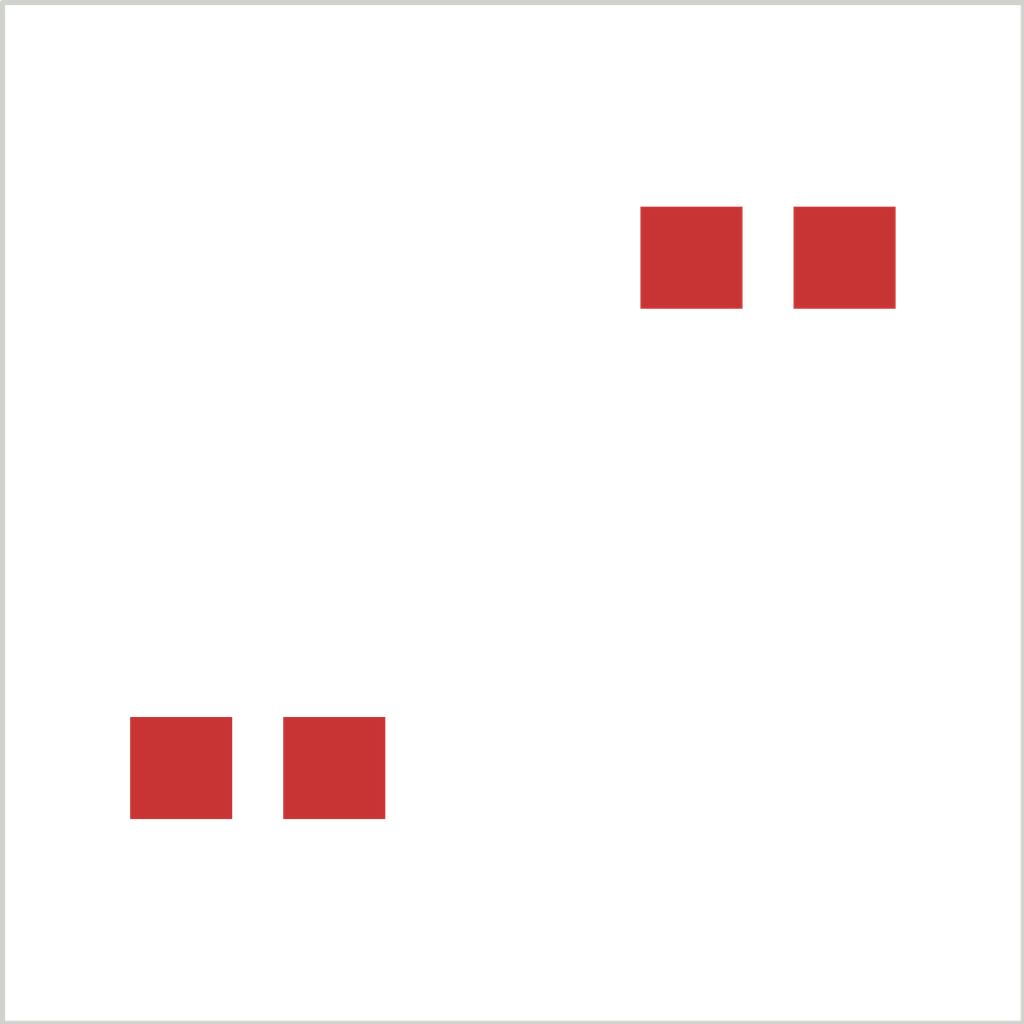
<source format=kicad_pcb>
(kicad_pcb (version 20171130) (host pcbnew 5.0.2)
  (general
    (links 0)
    (no_connects 0)
    (area 0 0 0 0)
    (thickness 1.6)
    (drawings 10)
    (tracks 0)
    (zones 0)
    (modules 0)
    (nets 3))
  (page A4)  (layers    
    (0 F.Cu signal)
    (31 B.Cu signal)
    (32 B.Adhes user)
    (33 F.Adhes user)
    (34 B.Paste user)
    (35 F.Paste user)
    (36 B.SilkS user)
    (37 F.SilkS user)
    (38 B.Mask user)
    (39 F.Mask user)
    (40 Dwgs.User user)
    (41 Cmts.User user)
    (42 Eco1.User user)
    (43 Eco2.User user)
    (44 Edge.Cuts user)
    (45 Margin user)
    (46 B.CrtYd user)
    (47 F.CrtYd user)
    (48 B.Fab user)
    (49 F.Fab user))
  (setup
    (last_trace_width 0)
    (trace_clearance 0.2)
    (zone_clearance 0)
    (zone_45_only no)
    (trace_min 0.13)
    (segment_width 0.2)
    (edge_width 0.15)
    (via_size 0.558)
    (via_drill 0.254)
    (via_min_size 0.558)
    (via_min_drill 0.254)
    (uvia_size 0.01)
    (uvia_drill 0)
    (uvias_allowed no)
    (uvia_min_size 0)
    (uvia_min_drill 0)
    (pcb_text_width 0.3)
    (pcb_text_size 1.5 1.5)
    (mod_edge_width 0.15)
    (mod_text_size 1 1)
    (mod_text_width 0.15)
    (pad_size 1.524 1.524)
    (pad_drill 0.762)
    (pad_to_mask_clearance 0.051)
    (aux_axis_origin 0 0)
    (visible_elements FFFFFF7F)
    (pcbplotparams
      (layerselection 0x00030_80000001)
      (usegerberextensions false)
      (excludeedgelayer true)
      (linewidth 0.050000)
      (plotframeref false)
      (viasonmask false)
      (mode 1)
      (useauxorigin false)
      (hpglpennumber 1)
      (hpglpenspeed 20)
      (hpglpendiameter 15)
      (hpglpenoverlay 2)
      (psnegative false)
      (psa4output false)
      (plotreference true)
      (plotvalue true)
      (plotinvisibletext false)
      (padsonsilk false)
      (subtractmaskfromsilk false)
      (outputformat 1)
      (mirror false)
      (drillshape 1)
      (scaleselection 1)
      (outputdirectory ""))
  )  
  (net 1 "vdd")
  (net 2 "gnd")  
  (module jitx-design:basic_landpattern (layer F.Cu) (tedit 00000000)
    (at 146.0 107.5 0.0)    
    (pad 1 smd rect
      (at -0.75 0.0 0.0)
      (size 1.0 1.0)
      (net 2 "gnd")
      (layers F.Cu))
    (pad 2 smd rect
      (at 0.75 0.0 0.0)
      (size 1.0 1.0)
      (net 1 "vdd")
      (layers F.Cu))    
    (fp_poly (pts (xy -1.3 0.55) (xy -0.2 0.55) (xy -0.2 -0.55) (xy -1.3 -0.55)) (layer F.Mask) (width 0))
    (fp_poly (pts (xy 0.2 0.55) (xy 1.3 0.55) (xy 1.3 -0.55) (xy 0.2 -0.55)) (layer F.Mask) (width 0))
    (fp_line (start -1.5 1.5) (end 1.5 1.5) (layer F.CrtYd) (width 0.05))
    (fp_line (start 1.5 1.5) (end 1.5 -1.5) (layer F.CrtYd) (width 0.05))
    (fp_line (start 1.5 -1.5) (end -1.5 -1.5) (layer F.CrtYd) (width 0.05))
    (fp_line (start -1.5 -1.5) (end -1.5 1.5) (layer F.CrtYd) (width 0.05)))
  (module jitx-design:basic_landpattern (layer F.Cu) (tedit 00000000)
    (at 151.0 102.5 0.0)    
    (pad 1 smd rect
      (at -0.75 0.0 0.0)
      (size 1.0 1.0)
      (net 2 "gnd")
      (layers F.Cu))
    (pad 2 smd rect
      (at 0.75 0.0 0.0)
      (size 1.0 1.0)
      (net 1 "vdd")
      (layers F.Cu))    
    (fp_poly (pts (xy -1.3 0.55) (xy -0.2 0.55) (xy -0.2 -0.55) (xy -1.3 -0.55)) (layer F.Mask) (width 0))
    (fp_poly (pts (xy 0.2 0.55) (xy 1.3 0.55) (xy 1.3 -0.55) (xy 0.2 -0.55)) (layer F.Mask) (width 0))
    (fp_line (start -1.5 1.5) (end 1.5 1.5) (layer F.CrtYd) (width 0.05))
    (fp_line (start 1.5 1.5) (end 1.5 -1.5) (layer F.CrtYd) (width 0.05))
    (fp_line (start 1.5 -1.5) (end -1.5 -1.5) (layer F.CrtYd) (width 0.05))
    (fp_line (start -1.5 -1.5) (end -1.5 1.5) (layer F.CrtYd) (width 0.05)))  
  (gr_line (start 143.5 110.0) (end 153.5 110.0) (layer Edge.Cuts) (width 0.05))
  (gr_line (start 153.5 110.0) (end 153.5 100.0) (layer Edge.Cuts) (width 0.05))
  (gr_line (start 153.5 100.0) (end 143.5 100.0) (layer Edge.Cuts) (width 0.05))
  (gr_line (start 143.5 100.0) (end 143.5 110.0) (layer Edge.Cuts) (width 0.05))
    
  (net_class Default "This is the Default net class."
      (clearance 0.2)
      (trace_width 0.13)
      (via_dia 0.558)
      (via_drill 0.254)
      (uvia_dia 0.01)
      (uvia_drill 0)
      
      )
  (net_class GND "This is the GND net class."
      (clearance 0.1)
      (trace_width 0.5)
      (via_dia 0.558)
      (via_drill 0.254)
      (uvia_dia 0.01)
      (uvia_drill 0)
          
    (add_net gnd)
      )
  (net_class VDD "This is the VDD net class."
      (clearance 0.2)
      (trace_width 0.2)
      (via_dia 0.558)
      (via_drill 0.254)
      (uvia_dia 0.01)
      (uvia_drill 0)
          
    (add_net vdd)
      )
  )
</source>
